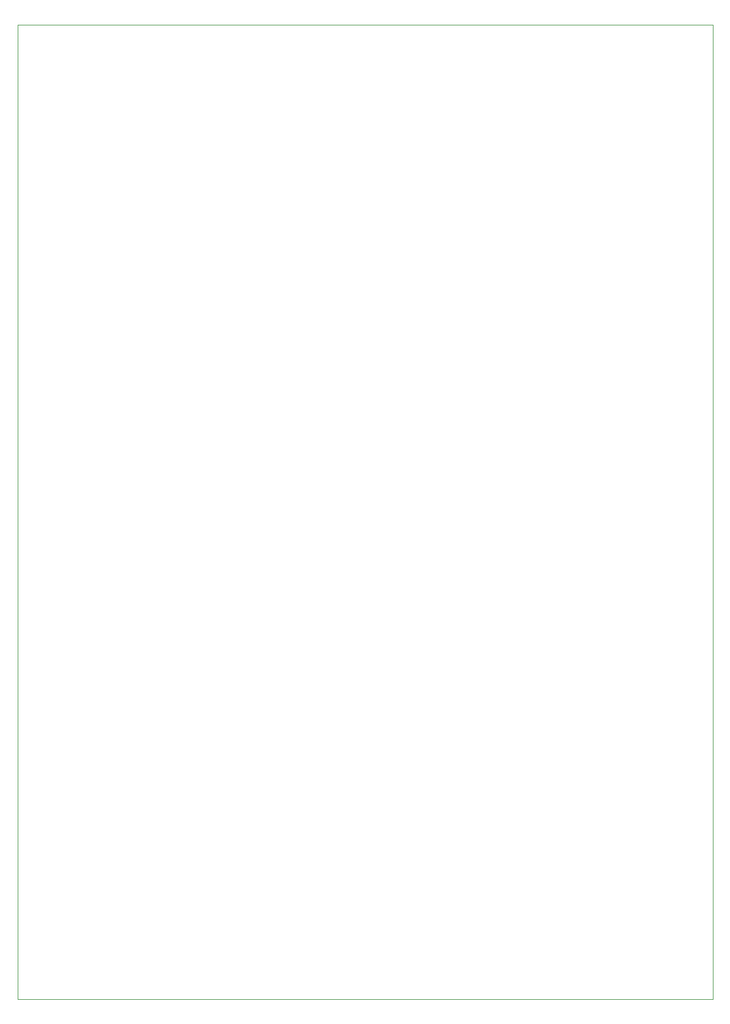
<source format=gbr>
G04 (created by PCBNEW (2013-07-07 BZR 4022)-stable) date 19/03/2022 16:48:30*
%MOIN*%
G04 Gerber Fmt 3.4, Leading zero omitted, Abs format*
%FSLAX34Y34*%
G01*
G70*
G90*
G04 APERTURE LIST*
%ADD10C,0.00590551*%
%ADD11C,0.00393701*%
G04 APERTURE END LIST*
G54D10*
G54D11*
X39250Y55000D02*
X0Y55000D01*
X0Y0D02*
X39250Y0D01*
X0Y0D02*
X0Y55000D01*
X39250Y55000D02*
X39250Y0D01*
M02*

</source>
